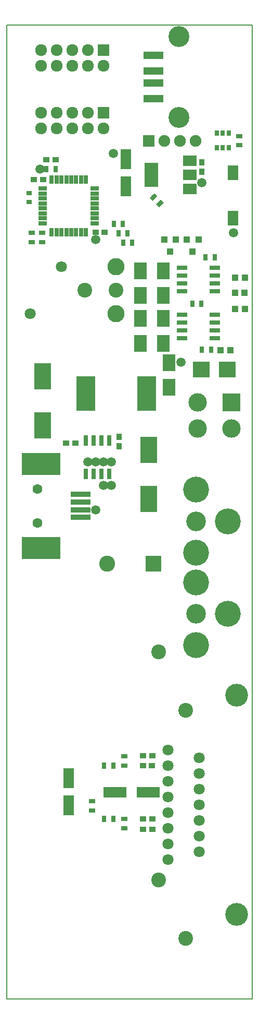
<source format=gbr>
G04 #@! TF.GenerationSoftware,KiCad,Pcbnew,(5.0.0-rc2-dev-586-g888c43477)*
G04 #@! TF.CreationDate,2018-06-27T13:15:06+02:00*
G04 #@! TF.ProjectId,resetUSB,72657365745553422E6B696361645F70,1.0*
G04 #@! TF.SameCoordinates,PX6ad8e7cPY2bcdfd4*
G04 #@! TF.FileFunction,Soldermask,Top*
G04 #@! TF.FilePolarity,Negative*
%FSLAX46Y46*%
G04 Gerber Fmt 4.6, Leading zero omitted, Abs format (unit mm)*
G04 Created by KiCad (PCBNEW (5.0.0-rc2-dev-586-g888c43477)) date 06/27/18 13:15:06*
%MOMM*%
%LPD*%
G01*
G04 APERTURE LIST*
%ADD10C,0.150000*%
%ADD11C,0.200000*%
%ADD12C,3.700000*%
%ADD13C,2.600000*%
%ADD14R,2.600000X2.600000*%
%ADD15C,1.800000*%
%ADD16C,2.400000*%
%ADD17C,2.800000*%
%ADD18R,3.200000X0.900000*%
%ADD19R,6.240000X3.600000*%
%ADD20C,1.600000*%
%ADD21O,1.927200X1.927200*%
%ADD22R,1.927200X1.927200*%
%ADD23R,2.700000X4.200000*%
%ADD24R,0.800000X1.750000*%
%ADD25R,3.100000X5.600000*%
%ADD26R,2.000000X2.700000*%
%ADD27R,0.700000X1.100000*%
%ADD28C,4.200000*%
%ADD29C,3.200000*%
%ADD30R,3.700000X1.800000*%
%ADD31R,1.100000X0.700000*%
%ADD32R,1.800000X3.200000*%
%ADD33R,1.000000X0.950000*%
%ADD34C,3.000000*%
%ADD35R,3.000000X3.000000*%
%ADD36R,1.000000X1.100000*%
%ADD37R,1.750000X0.800000*%
%ADD38R,1.000000X1.000000*%
%ADD39R,0.800000X1.400000*%
%ADD40R,1.400000X0.800000*%
%ADD41R,3.200000X1.200000*%
%ADD42C,3.400000*%
%ADD43R,0.950000X1.000000*%
%ADD44R,2.200000X1.700000*%
%ADD45R,2.200000X4.000000*%
%ADD46R,1.800000X2.380000*%
%ADD47C,0.700000*%
%ADD48C,0.100000*%
%ADD49R,0.900000X0.800000*%
%ADD50R,0.710000X0.900000*%
%ADD51R,2.700000X2.500000*%
%ADD52R,1.900000X1.900000*%
%ADD53O,1.900000X1.900000*%
%ADD54C,1.500000*%
G04 APERTURE END LIST*
D10*
X40000000Y-158000000D02*
X40000000Y0D01*
X0Y-158000000D02*
X40000000Y-158000000D01*
D11*
X0Y0D02*
X0Y-158000000D01*
X40000000Y0D02*
X0Y0D01*
D12*
X37444500Y-108750000D03*
X37444500Y-144250000D03*
D13*
X16376000Y-87392000D03*
D14*
X23876000Y-87392000D03*
D15*
X3820000Y-46810000D03*
X8900000Y-39190000D03*
D16*
X12710000Y-43000000D03*
X17790000Y-43000000D03*
D17*
X17790000Y-46810000D03*
X17790000Y-39190000D03*
D18*
X12000000Y-79875000D03*
X12000000Y-76125000D03*
X12000000Y-78625000D03*
X12000000Y-77375000D03*
D19*
X5580000Y-84800000D03*
X5580000Y-71200000D03*
D20*
X5000000Y-80750000D03*
X5000000Y-75250000D03*
D21*
X5588000Y-16764000D03*
X5588000Y-14224000D03*
X8128000Y-16764000D03*
X8128000Y-14224000D03*
X10668000Y-16764000D03*
X10668000Y-14224000D03*
X13208000Y-16764000D03*
X13208000Y-14224000D03*
X15748000Y-16764000D03*
D22*
X15748000Y-14224000D03*
D21*
X5588000Y-6604000D03*
X5588000Y-4064000D03*
X8128000Y-6604000D03*
X8128000Y-4064000D03*
X10668000Y-6604000D03*
X10668000Y-4064000D03*
X13208000Y-6604000D03*
X13208000Y-4064000D03*
X15748000Y-6604000D03*
D22*
X15748000Y-4064000D03*
D23*
X5842000Y-56960000D03*
X5842000Y-64960000D03*
D24*
X16637000Y-72804000D03*
X15367000Y-72804000D03*
X14097000Y-72804000D03*
X12827000Y-72804000D03*
X12827000Y-67404000D03*
X14097000Y-67404000D03*
X15367000Y-67404000D03*
X16637000Y-67404000D03*
D25*
X12830000Y-59817000D03*
X22730000Y-59817000D03*
D26*
X26416000Y-54769000D03*
X26416000Y-58769000D03*
D23*
X23114000Y-76898000D03*
X23114000Y-68898000D03*
D27*
X17411000Y-32258000D03*
X18911000Y-32258000D03*
D28*
X35936500Y-80492000D03*
D29*
X30836500Y-80492000D03*
D28*
X30836500Y-85592000D03*
X30836500Y-75392000D03*
D27*
X17320500Y-128779000D03*
X15820500Y-128779000D03*
D30*
X17640500Y-124457500D03*
X23040500Y-124457500D03*
D31*
X19110500Y-118631000D03*
X19110500Y-120131000D03*
D28*
X30836500Y-90392000D03*
X30836500Y-100592000D03*
D29*
X30836500Y-95492000D03*
D28*
X35936500Y-95492000D03*
D32*
X10096500Y-122180000D03*
X10096500Y-126580000D03*
D31*
X19110500Y-130291000D03*
X19110500Y-128791000D03*
D33*
X22170500Y-128775500D03*
X23670500Y-128775500D03*
X22158500Y-120143000D03*
X23658500Y-120143000D03*
X23670500Y-118553000D03*
X22170500Y-118553000D03*
X23670500Y-130491000D03*
X22170500Y-130491000D03*
D27*
X17320500Y-120143000D03*
X15820500Y-120143000D03*
D15*
X26244500Y-135385000D03*
X26244500Y-132845000D03*
X26244500Y-130305000D03*
X26244500Y-127765000D03*
X26244500Y-125225000D03*
X26244500Y-122685000D03*
X26244500Y-120145000D03*
X26244500Y-117605000D03*
X31324500Y-134115000D03*
X31324500Y-131575000D03*
X31324500Y-129035000D03*
X31324500Y-118875000D03*
X31324500Y-121415000D03*
X31324500Y-123955000D03*
X31324500Y-126495000D03*
D31*
X13906500Y-127416000D03*
X13906500Y-125916000D03*
D16*
X24706500Y-101650000D03*
X29146500Y-111180000D03*
X24706500Y-138650000D03*
X29146500Y-148180000D03*
D34*
X31076000Y-65414000D03*
X31076000Y-61214000D03*
X36576000Y-65414000D03*
D35*
X36576000Y-61214000D03*
D26*
X21775500Y-39878700D03*
X21775500Y-43878700D03*
X25458500Y-43878700D03*
X25458500Y-39878700D03*
X21775500Y-51625700D03*
X21775500Y-47625700D03*
D36*
X26566000Y-36784500D03*
X25616000Y-34784500D03*
X27516000Y-34784500D03*
X30249000Y-36784500D03*
X29299000Y-34784500D03*
X31199000Y-34784500D03*
D26*
X25458500Y-47625700D03*
X25458500Y-51625700D03*
D37*
X28486200Y-43182100D03*
X28486200Y-41912100D03*
X28486200Y-40642100D03*
X28486200Y-39372100D03*
X33886200Y-39372100D03*
X33886200Y-40642100D03*
X33886200Y-41912100D03*
X33886200Y-43182100D03*
X28486200Y-50802100D03*
X28486200Y-49532100D03*
X28486200Y-48262100D03*
X28486200Y-46992100D03*
X33886200Y-46992100D03*
X33886200Y-48262100D03*
X33886200Y-49532100D03*
X33886200Y-50802100D03*
D27*
X30198500Y-45212000D03*
X31698500Y-45212000D03*
X32320800Y-37642800D03*
X33820800Y-37642800D03*
D38*
X36360000Y-52746500D03*
X34760000Y-52746500D03*
D27*
X33262000Y-52705000D03*
X31762000Y-52705000D03*
X18173000Y-33782000D03*
X19673000Y-33782000D03*
D39*
X7292772Y-25091143D03*
X8092772Y-25091143D03*
X8892772Y-25091143D03*
X9692772Y-25091143D03*
X10492772Y-25091143D03*
X11292772Y-25091143D03*
X12092772Y-25091143D03*
X12892772Y-25091143D03*
D40*
X14342772Y-26541143D03*
X14342772Y-27341143D03*
X14342772Y-28141143D03*
X14342772Y-28941143D03*
X14342772Y-29741143D03*
X14342772Y-30541143D03*
X14342772Y-31341143D03*
X14342772Y-32141143D03*
D39*
X12892772Y-33591143D03*
X12092772Y-33591143D03*
X11292772Y-33591143D03*
X10492772Y-33591143D03*
X9692772Y-33591143D03*
X8892772Y-33591143D03*
X8092772Y-33591143D03*
X7292772Y-33591143D03*
D40*
X5842772Y-32141143D03*
X5842772Y-31341143D03*
X5842772Y-30541143D03*
X5842772Y-29741143D03*
X5842772Y-28941143D03*
X5842772Y-28141143D03*
X5842772Y-27341143D03*
X5842772Y-26541143D03*
D27*
X7937876Y-23392702D03*
X6437876Y-23392702D03*
D33*
X7949876Y-21868702D03*
X6449876Y-21868702D03*
D41*
X23833500Y-11923500D03*
X23833500Y-9423500D03*
X23833500Y-4923500D03*
X23833500Y-7423500D03*
D42*
X28043500Y-1853500D03*
X28043500Y-14993500D03*
D43*
X31748859Y-22257541D03*
X31748859Y-23757541D03*
D32*
X19380800Y-21742600D03*
X19380800Y-26142600D03*
D44*
X29818859Y-26577541D03*
X29818859Y-21977541D03*
X29818859Y-24277541D03*
D45*
X23518859Y-24277541D03*
D46*
X36856000Y-23951000D03*
X36856000Y-31351000D03*
D47*
X23879670Y-27882670D03*
D48*
G36*
X24516066Y-27741249D02*
X23738249Y-28519066D01*
X23243274Y-28024091D01*
X24021091Y-27246274D01*
X24516066Y-27741249D01*
X24516066Y-27741249D01*
G37*
D47*
X24940330Y-28943330D03*
D48*
G36*
X25576726Y-28801909D02*
X24798909Y-29579726D01*
X24303934Y-29084751D01*
X25081751Y-28306934D01*
X25576726Y-28801909D01*
X25576726Y-28801909D01*
G37*
D49*
X3596000Y-28691000D03*
X3596000Y-27291000D03*
D38*
X38733500Y-46020500D03*
X37133500Y-46020500D03*
X38733500Y-40940500D03*
X37133500Y-40940500D03*
D31*
X37872000Y-19511000D03*
X37872000Y-18011000D03*
D50*
X34216900Y-17564300D03*
X35166900Y-17564300D03*
X36116900Y-17564300D03*
X36116900Y-19884300D03*
X35166900Y-19884300D03*
X34216900Y-19884300D03*
D27*
X18935000Y-35306000D03*
X20435000Y-35306000D03*
D31*
X5765800Y-33717800D03*
X5765800Y-35217800D03*
D33*
X4406200Y-25095200D03*
X5906200Y-25095200D03*
X14439200Y-33578800D03*
X15939200Y-33578800D03*
X9664000Y-67818000D03*
X11164000Y-67818000D03*
D38*
X37122200Y-43434000D03*
X38722200Y-43434000D03*
D51*
X31632000Y-55880000D03*
X35932000Y-55880000D03*
D52*
X23114000Y-18796000D03*
D53*
X25654000Y-18796000D03*
X28194000Y-18796000D03*
X30734000Y-18796000D03*
D31*
X4089400Y-35217800D03*
X4089400Y-33717800D03*
D43*
X18288000Y-68314000D03*
X18288000Y-66814000D03*
D54*
X17018000Y-70866000D03*
X15748000Y-70866000D03*
X14478000Y-70866000D03*
X13208000Y-70866000D03*
X28321000Y-54737000D03*
X5410200Y-23393400D03*
X14454500Y-78618000D03*
X36917498Y-33701500D03*
X17348800Y-20853600D03*
X31748859Y-25547541D03*
X14454207Y-34838191D03*
X17018000Y-74676000D03*
X15748000Y-74676000D03*
M02*

</source>
